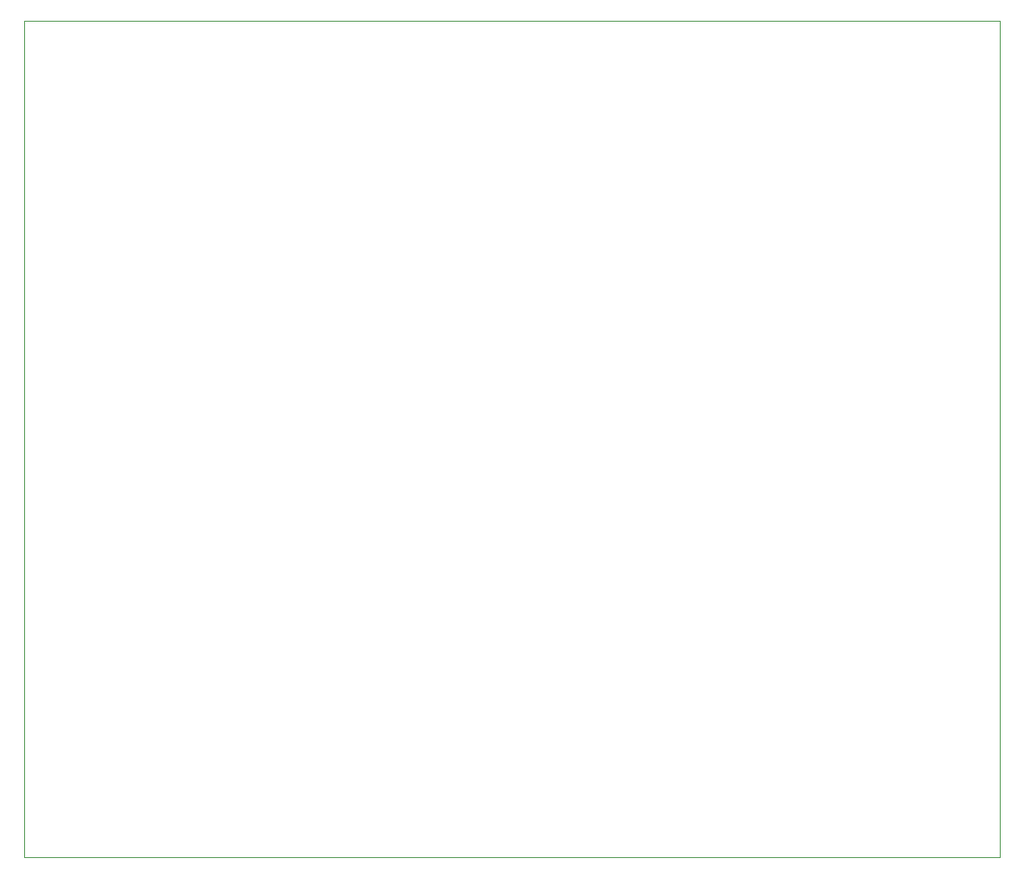
<source format=gko>
G75*
G70*
%OFA0B0*%
%FSLAX24Y24*%
%IPPOS*%
%LPD*%
%AMOC8*
5,1,8,0,0,1.08239X$1,22.5*
%
%ADD10C,0.0000*%
D10*
X000120Y000226D02*
X000120Y033690D01*
X039097Y033690D01*
X039097Y000226D01*
X000120Y000226D01*
M02*

</source>
